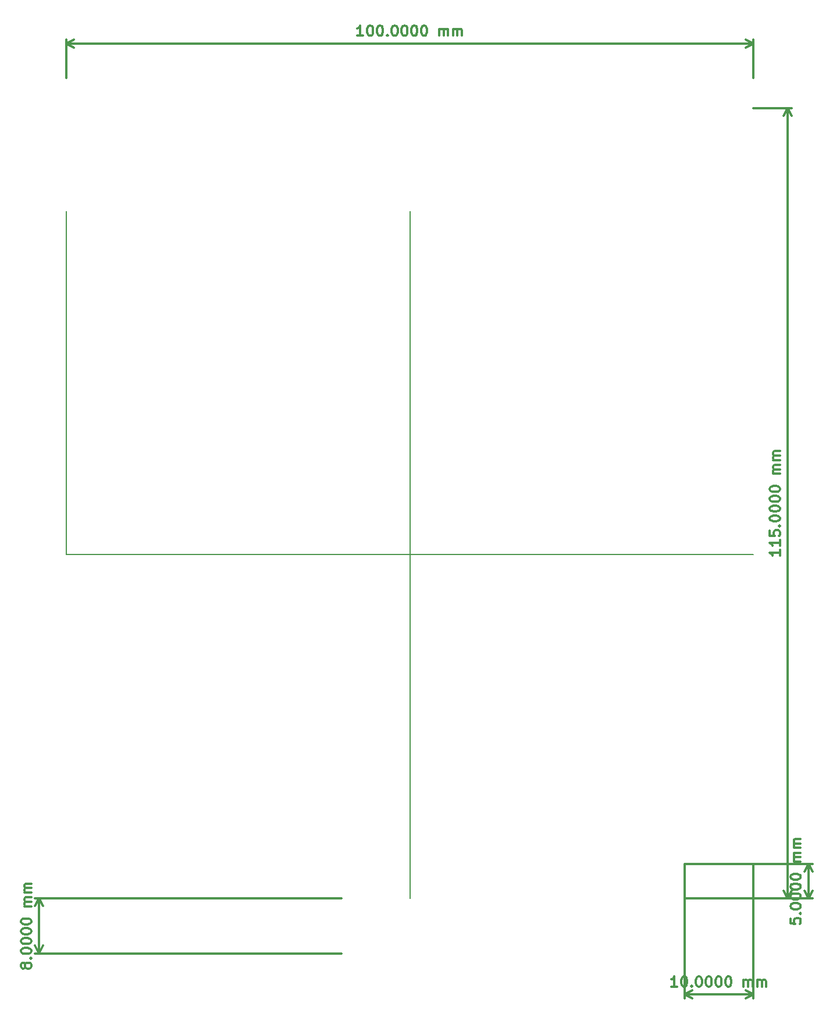
<source format=gbr>
%TF.GenerationSoftware,KiCad,Pcbnew,(6.0.11)*%
%TF.CreationDate,2023-06-19T15:18:32-05:00*%
%TF.ProjectId,Z80ESP,5a383045-5350-42e6-9b69-6361645f7063,V0.6*%
%TF.SameCoordinates,Original*%
%TF.FileFunction,OtherDrawing,Comment*%
%FSLAX46Y46*%
G04 Gerber Fmt 4.6, Leading zero omitted, Abs format (unit mm)*
G04 Created by KiCad (PCBNEW (6.0.11)) date 2023-06-19 15:18:32*
%MOMM*%
%LPD*%
G01*
G04 APERTURE LIST*
%ADD10C,0.200000*%
%ADD11C,0.300000*%
G04 APERTURE END LIST*
D10*
X95000000Y-46000000D02*
X95000000Y-146000000D01*
X45000000Y-96000000D02*
X45000000Y-46000000D01*
X145000000Y-96000000D02*
X45000000Y-96000000D01*
D11*
X148878571Y-95285714D02*
X148878571Y-96142857D01*
X148878571Y-95714285D02*
X147378571Y-95714285D01*
X147592857Y-95857142D01*
X147735714Y-96000000D01*
X147807142Y-96142857D01*
X148878571Y-93857142D02*
X148878571Y-94714285D01*
X148878571Y-94285714D02*
X147378571Y-94285714D01*
X147592857Y-94428571D01*
X147735714Y-94571428D01*
X147807142Y-94714285D01*
X147378571Y-92500000D02*
X147378571Y-93214285D01*
X148092857Y-93285714D01*
X148021428Y-93214285D01*
X147950000Y-93071428D01*
X147950000Y-92714285D01*
X148021428Y-92571428D01*
X148092857Y-92500000D01*
X148235714Y-92428571D01*
X148592857Y-92428571D01*
X148735714Y-92500000D01*
X148807142Y-92571428D01*
X148878571Y-92714285D01*
X148878571Y-93071428D01*
X148807142Y-93214285D01*
X148735714Y-93285714D01*
X148735714Y-91785714D02*
X148807142Y-91714285D01*
X148878571Y-91785714D01*
X148807142Y-91857142D01*
X148735714Y-91785714D01*
X148878571Y-91785714D01*
X147378571Y-90785714D02*
X147378571Y-90642857D01*
X147450000Y-90500000D01*
X147521428Y-90428571D01*
X147664285Y-90357142D01*
X147950000Y-90285714D01*
X148307142Y-90285714D01*
X148592857Y-90357142D01*
X148735714Y-90428571D01*
X148807142Y-90500000D01*
X148878571Y-90642857D01*
X148878571Y-90785714D01*
X148807142Y-90928571D01*
X148735714Y-91000000D01*
X148592857Y-91071428D01*
X148307142Y-91142857D01*
X147950000Y-91142857D01*
X147664285Y-91071428D01*
X147521428Y-91000000D01*
X147450000Y-90928571D01*
X147378571Y-90785714D01*
X147378571Y-89357142D02*
X147378571Y-89214285D01*
X147450000Y-89071428D01*
X147521428Y-89000000D01*
X147664285Y-88928571D01*
X147950000Y-88857142D01*
X148307142Y-88857142D01*
X148592857Y-88928571D01*
X148735714Y-89000000D01*
X148807142Y-89071428D01*
X148878571Y-89214285D01*
X148878571Y-89357142D01*
X148807142Y-89500000D01*
X148735714Y-89571428D01*
X148592857Y-89642857D01*
X148307142Y-89714285D01*
X147950000Y-89714285D01*
X147664285Y-89642857D01*
X147521428Y-89571428D01*
X147450000Y-89500000D01*
X147378571Y-89357142D01*
X147378571Y-87928571D02*
X147378571Y-87785714D01*
X147450000Y-87642857D01*
X147521428Y-87571428D01*
X147664285Y-87500000D01*
X147950000Y-87428571D01*
X148307142Y-87428571D01*
X148592857Y-87500000D01*
X148735714Y-87571428D01*
X148807142Y-87642857D01*
X148878571Y-87785714D01*
X148878571Y-87928571D01*
X148807142Y-88071428D01*
X148735714Y-88142857D01*
X148592857Y-88214285D01*
X148307142Y-88285714D01*
X147950000Y-88285714D01*
X147664285Y-88214285D01*
X147521428Y-88142857D01*
X147450000Y-88071428D01*
X147378571Y-87928571D01*
X147378571Y-86500000D02*
X147378571Y-86357142D01*
X147450000Y-86214285D01*
X147521428Y-86142857D01*
X147664285Y-86071428D01*
X147950000Y-86000000D01*
X148307142Y-86000000D01*
X148592857Y-86071428D01*
X148735714Y-86142857D01*
X148807142Y-86214285D01*
X148878571Y-86357142D01*
X148878571Y-86500000D01*
X148807142Y-86642857D01*
X148735714Y-86714285D01*
X148592857Y-86785714D01*
X148307142Y-86857142D01*
X147950000Y-86857142D01*
X147664285Y-86785714D01*
X147521428Y-86714285D01*
X147450000Y-86642857D01*
X147378571Y-86500000D01*
X148878571Y-84214285D02*
X147878571Y-84214285D01*
X148021428Y-84214285D02*
X147950000Y-84142857D01*
X147878571Y-84000000D01*
X147878571Y-83785714D01*
X147950000Y-83642857D01*
X148092857Y-83571428D01*
X148878571Y-83571428D01*
X148092857Y-83571428D02*
X147950000Y-83500000D01*
X147878571Y-83357142D01*
X147878571Y-83142857D01*
X147950000Y-83000000D01*
X148092857Y-82928571D01*
X148878571Y-82928571D01*
X148878571Y-82214285D02*
X147878571Y-82214285D01*
X148021428Y-82214285D02*
X147950000Y-82142857D01*
X147878571Y-82000000D01*
X147878571Y-81785714D01*
X147950000Y-81642857D01*
X148092857Y-81571428D01*
X148878571Y-81571428D01*
X148092857Y-81571428D02*
X147950000Y-81500000D01*
X147878571Y-81357142D01*
X147878571Y-81142857D01*
X147950000Y-81000000D01*
X148092857Y-80928571D01*
X148878571Y-80928571D01*
X145000000Y-146000000D02*
X150586420Y-146000000D01*
X145000000Y-31000000D02*
X150586420Y-31000000D01*
X150000000Y-146000000D02*
X150000000Y-31000000D01*
X150000000Y-146000000D02*
X150000000Y-31000000D01*
X150000000Y-146000000D02*
X150586421Y-144873496D01*
X150000000Y-146000000D02*
X149413579Y-144873496D01*
X150000000Y-31000000D02*
X149413579Y-32126504D01*
X150000000Y-31000000D02*
X150586421Y-32126504D01*
X150378570Y-148928571D02*
X150378570Y-149642857D01*
X151092856Y-149714285D01*
X151021427Y-149642857D01*
X150949999Y-149500000D01*
X150949999Y-149142857D01*
X151021427Y-149000000D01*
X151092856Y-148928571D01*
X151235713Y-148857142D01*
X151592856Y-148857142D01*
X151735713Y-148928571D01*
X151807141Y-149000000D01*
X151878570Y-149142857D01*
X151878570Y-149500000D01*
X151807141Y-149642857D01*
X151735713Y-149714285D01*
X151735713Y-148214285D02*
X151807141Y-148142857D01*
X151878570Y-148214285D01*
X151807141Y-148285714D01*
X151735713Y-148214285D01*
X151878570Y-148214285D01*
X150378570Y-147214285D02*
X150378570Y-147071428D01*
X150449999Y-146928571D01*
X150521427Y-146857142D01*
X150664284Y-146785714D01*
X150949999Y-146714285D01*
X151307141Y-146714285D01*
X151592856Y-146785714D01*
X151735713Y-146857142D01*
X151807141Y-146928571D01*
X151878570Y-147071428D01*
X151878570Y-147214285D01*
X151807141Y-147357142D01*
X151735713Y-147428571D01*
X151592856Y-147500000D01*
X151307141Y-147571428D01*
X150949999Y-147571428D01*
X150664284Y-147500000D01*
X150521427Y-147428571D01*
X150449999Y-147357142D01*
X150378570Y-147214285D01*
X150378570Y-145785714D02*
X150378570Y-145642857D01*
X150449999Y-145500000D01*
X150521427Y-145428571D01*
X150664284Y-145357142D01*
X150949999Y-145285714D01*
X151307141Y-145285714D01*
X151592856Y-145357142D01*
X151735713Y-145428571D01*
X151807141Y-145500000D01*
X151878570Y-145642857D01*
X151878570Y-145785714D01*
X151807141Y-145928571D01*
X151735713Y-146000000D01*
X151592856Y-146071428D01*
X151307141Y-146142857D01*
X150949999Y-146142857D01*
X150664284Y-146071428D01*
X150521427Y-146000000D01*
X150449999Y-145928571D01*
X150378570Y-145785714D01*
X150378570Y-144357142D02*
X150378570Y-144214285D01*
X150449999Y-144071428D01*
X150521427Y-144000000D01*
X150664284Y-143928571D01*
X150949999Y-143857142D01*
X151307141Y-143857142D01*
X151592856Y-143928571D01*
X151735713Y-144000000D01*
X151807141Y-144071428D01*
X151878570Y-144214285D01*
X151878570Y-144357142D01*
X151807141Y-144500000D01*
X151735713Y-144571428D01*
X151592856Y-144642857D01*
X151307141Y-144714285D01*
X150949999Y-144714285D01*
X150664284Y-144642857D01*
X150521427Y-144571428D01*
X150449999Y-144500000D01*
X150378570Y-144357142D01*
X150378570Y-142928571D02*
X150378570Y-142785714D01*
X150449999Y-142642857D01*
X150521427Y-142571428D01*
X150664284Y-142500000D01*
X150949999Y-142428571D01*
X151307141Y-142428571D01*
X151592856Y-142500000D01*
X151735713Y-142571428D01*
X151807141Y-142642857D01*
X151878570Y-142785714D01*
X151878570Y-142928571D01*
X151807141Y-143071428D01*
X151735713Y-143142857D01*
X151592856Y-143214285D01*
X151307141Y-143285714D01*
X150949999Y-143285714D01*
X150664284Y-143214285D01*
X150521427Y-143142857D01*
X150449999Y-143071428D01*
X150378570Y-142928571D01*
X151878570Y-140642857D02*
X150878570Y-140642857D01*
X151021427Y-140642857D02*
X150949999Y-140571428D01*
X150878570Y-140428571D01*
X150878570Y-140214285D01*
X150949999Y-140071428D01*
X151092856Y-140000000D01*
X151878570Y-140000000D01*
X151092856Y-140000000D02*
X150949999Y-139928571D01*
X150878570Y-139785714D01*
X150878570Y-139571428D01*
X150949999Y-139428571D01*
X151092856Y-139357142D01*
X151878570Y-139357142D01*
X151878570Y-138642857D02*
X150878570Y-138642857D01*
X151021427Y-138642857D02*
X150949999Y-138571428D01*
X150878570Y-138428571D01*
X150878570Y-138214285D01*
X150949999Y-138071428D01*
X151092856Y-138000000D01*
X151878570Y-138000000D01*
X151092856Y-138000000D02*
X150949999Y-137928571D01*
X150878570Y-137785714D01*
X150878570Y-137571428D01*
X150949999Y-137428571D01*
X151092856Y-137357142D01*
X151878570Y-137357142D01*
X135000000Y-146000000D02*
X153586419Y-146000000D01*
X135000000Y-141000000D02*
X153586419Y-141000000D01*
X152999999Y-146000000D02*
X152999999Y-141000000D01*
X152999999Y-146000000D02*
X152999999Y-141000000D01*
X152999999Y-146000000D02*
X153586420Y-144873496D01*
X152999999Y-146000000D02*
X152413578Y-144873496D01*
X152999999Y-141000000D02*
X152413578Y-142126504D01*
X152999999Y-141000000D02*
X153586420Y-142126504D01*
X39021429Y-155928571D02*
X38950001Y-156071428D01*
X38878572Y-156142857D01*
X38735715Y-156214285D01*
X38664286Y-156214285D01*
X38521429Y-156142857D01*
X38450001Y-156071428D01*
X38378572Y-155928571D01*
X38378572Y-155642857D01*
X38450001Y-155500000D01*
X38521429Y-155428571D01*
X38664286Y-155357142D01*
X38735715Y-155357142D01*
X38878572Y-155428571D01*
X38950001Y-155500000D01*
X39021429Y-155642857D01*
X39021429Y-155928571D01*
X39092858Y-156071428D01*
X39164286Y-156142857D01*
X39307143Y-156214285D01*
X39592858Y-156214285D01*
X39735715Y-156142857D01*
X39807143Y-156071428D01*
X39878572Y-155928571D01*
X39878572Y-155642857D01*
X39807143Y-155500000D01*
X39735715Y-155428571D01*
X39592858Y-155357142D01*
X39307143Y-155357142D01*
X39164286Y-155428571D01*
X39092858Y-155500000D01*
X39021429Y-155642857D01*
X39735715Y-154714285D02*
X39807143Y-154642857D01*
X39878572Y-154714285D01*
X39807143Y-154785714D01*
X39735715Y-154714285D01*
X39878572Y-154714285D01*
X38378572Y-153714285D02*
X38378572Y-153571428D01*
X38450001Y-153428571D01*
X38521429Y-153357142D01*
X38664286Y-153285714D01*
X38950001Y-153214285D01*
X39307143Y-153214285D01*
X39592858Y-153285714D01*
X39735715Y-153357142D01*
X39807143Y-153428571D01*
X39878572Y-153571428D01*
X39878572Y-153714285D01*
X39807143Y-153857142D01*
X39735715Y-153928571D01*
X39592858Y-154000000D01*
X39307143Y-154071428D01*
X38950001Y-154071428D01*
X38664286Y-154000000D01*
X38521429Y-153928571D01*
X38450001Y-153857142D01*
X38378572Y-153714285D01*
X38378572Y-152285714D02*
X38378572Y-152142857D01*
X38450001Y-152000000D01*
X38521429Y-151928571D01*
X38664286Y-151857142D01*
X38950001Y-151785714D01*
X39307143Y-151785714D01*
X39592858Y-151857142D01*
X39735715Y-151928571D01*
X39807143Y-152000000D01*
X39878572Y-152142857D01*
X39878572Y-152285714D01*
X39807143Y-152428571D01*
X39735715Y-152500000D01*
X39592858Y-152571428D01*
X39307143Y-152642857D01*
X38950001Y-152642857D01*
X38664286Y-152571428D01*
X38521429Y-152500000D01*
X38450001Y-152428571D01*
X38378572Y-152285714D01*
X38378572Y-150857142D02*
X38378572Y-150714285D01*
X38450001Y-150571428D01*
X38521429Y-150500000D01*
X38664286Y-150428571D01*
X38950001Y-150357142D01*
X39307143Y-150357142D01*
X39592858Y-150428571D01*
X39735715Y-150500000D01*
X39807143Y-150571428D01*
X39878572Y-150714285D01*
X39878572Y-150857142D01*
X39807143Y-151000000D01*
X39735715Y-151071428D01*
X39592858Y-151142857D01*
X39307143Y-151214285D01*
X38950001Y-151214285D01*
X38664286Y-151142857D01*
X38521429Y-151071428D01*
X38450001Y-151000000D01*
X38378572Y-150857142D01*
X38378572Y-149428571D02*
X38378572Y-149285714D01*
X38450001Y-149142857D01*
X38521429Y-149071428D01*
X38664286Y-149000000D01*
X38950001Y-148928571D01*
X39307143Y-148928571D01*
X39592858Y-149000000D01*
X39735715Y-149071428D01*
X39807143Y-149142857D01*
X39878572Y-149285714D01*
X39878572Y-149428571D01*
X39807143Y-149571428D01*
X39735715Y-149642857D01*
X39592858Y-149714285D01*
X39307143Y-149785714D01*
X38950001Y-149785714D01*
X38664286Y-149714285D01*
X38521429Y-149642857D01*
X38450001Y-149571428D01*
X38378572Y-149428571D01*
X39878572Y-147142857D02*
X38878572Y-147142857D01*
X39021429Y-147142857D02*
X38950001Y-147071428D01*
X38878572Y-146928571D01*
X38878572Y-146714285D01*
X38950001Y-146571428D01*
X39092858Y-146500000D01*
X39878572Y-146500000D01*
X39092858Y-146500000D02*
X38950001Y-146428571D01*
X38878572Y-146285714D01*
X38878572Y-146071428D01*
X38950001Y-145928571D01*
X39092858Y-145857142D01*
X39878572Y-145857142D01*
X39878572Y-145142857D02*
X38878572Y-145142857D01*
X39021429Y-145142857D02*
X38950001Y-145071428D01*
X38878572Y-144928571D01*
X38878572Y-144714285D01*
X38950001Y-144571428D01*
X39092858Y-144500000D01*
X39878572Y-144500000D01*
X39092858Y-144500000D02*
X38950001Y-144428571D01*
X38878572Y-144285714D01*
X38878572Y-144071428D01*
X38950001Y-143928571D01*
X39092858Y-143857142D01*
X39878572Y-143857142D01*
X85000000Y-154000000D02*
X40413581Y-154000000D01*
X85000000Y-146000000D02*
X40413581Y-146000000D01*
X41000001Y-154000000D02*
X41000001Y-146000000D01*
X41000001Y-154000000D02*
X41000001Y-146000000D01*
X41000001Y-154000000D02*
X41586422Y-152873496D01*
X41000001Y-154000000D02*
X40413580Y-152873496D01*
X41000001Y-146000000D02*
X40413580Y-147126504D01*
X41000001Y-146000000D02*
X41586422Y-147126504D01*
X88214285Y-20468571D02*
X87357142Y-20468571D01*
X87785714Y-20468571D02*
X87785714Y-18968571D01*
X87642857Y-19182857D01*
X87500000Y-19325714D01*
X87357142Y-19397142D01*
X89142857Y-18968571D02*
X89285714Y-18968571D01*
X89428571Y-19040000D01*
X89500000Y-19111428D01*
X89571428Y-19254285D01*
X89642857Y-19540000D01*
X89642857Y-19897142D01*
X89571428Y-20182857D01*
X89500000Y-20325714D01*
X89428571Y-20397142D01*
X89285714Y-20468571D01*
X89142857Y-20468571D01*
X89000000Y-20397142D01*
X88928571Y-20325714D01*
X88857142Y-20182857D01*
X88785714Y-19897142D01*
X88785714Y-19540000D01*
X88857142Y-19254285D01*
X88928571Y-19111428D01*
X89000000Y-19040000D01*
X89142857Y-18968571D01*
X90571428Y-18968571D02*
X90714285Y-18968571D01*
X90857142Y-19040000D01*
X90928571Y-19111428D01*
X91000000Y-19254285D01*
X91071428Y-19540000D01*
X91071428Y-19897142D01*
X91000000Y-20182857D01*
X90928571Y-20325714D01*
X90857142Y-20397142D01*
X90714285Y-20468571D01*
X90571428Y-20468571D01*
X90428571Y-20397142D01*
X90357142Y-20325714D01*
X90285714Y-20182857D01*
X90214285Y-19897142D01*
X90214285Y-19540000D01*
X90285714Y-19254285D01*
X90357142Y-19111428D01*
X90428571Y-19040000D01*
X90571428Y-18968571D01*
X91714285Y-20325714D02*
X91785714Y-20397142D01*
X91714285Y-20468571D01*
X91642857Y-20397142D01*
X91714285Y-20325714D01*
X91714285Y-20468571D01*
X92714285Y-18968571D02*
X92857142Y-18968571D01*
X93000000Y-19040000D01*
X93071428Y-19111428D01*
X93142857Y-19254285D01*
X93214285Y-19540000D01*
X93214285Y-19897142D01*
X93142857Y-20182857D01*
X93071428Y-20325714D01*
X93000000Y-20397142D01*
X92857142Y-20468571D01*
X92714285Y-20468571D01*
X92571428Y-20397142D01*
X92500000Y-20325714D01*
X92428571Y-20182857D01*
X92357142Y-19897142D01*
X92357142Y-19540000D01*
X92428571Y-19254285D01*
X92500000Y-19111428D01*
X92571428Y-19040000D01*
X92714285Y-18968571D01*
X94142857Y-18968571D02*
X94285714Y-18968571D01*
X94428571Y-19040000D01*
X94500000Y-19111428D01*
X94571428Y-19254285D01*
X94642857Y-19540000D01*
X94642857Y-19897142D01*
X94571428Y-20182857D01*
X94500000Y-20325714D01*
X94428571Y-20397142D01*
X94285714Y-20468571D01*
X94142857Y-20468571D01*
X94000000Y-20397142D01*
X93928571Y-20325714D01*
X93857142Y-20182857D01*
X93785714Y-19897142D01*
X93785714Y-19540000D01*
X93857142Y-19254285D01*
X93928571Y-19111428D01*
X94000000Y-19040000D01*
X94142857Y-18968571D01*
X95571428Y-18968571D02*
X95714285Y-18968571D01*
X95857142Y-19040000D01*
X95928571Y-19111428D01*
X96000000Y-19254285D01*
X96071428Y-19540000D01*
X96071428Y-19897142D01*
X96000000Y-20182857D01*
X95928571Y-20325714D01*
X95857142Y-20397142D01*
X95714285Y-20468571D01*
X95571428Y-20468571D01*
X95428571Y-20397142D01*
X95357142Y-20325714D01*
X95285714Y-20182857D01*
X95214285Y-19897142D01*
X95214285Y-19540000D01*
X95285714Y-19254285D01*
X95357142Y-19111428D01*
X95428571Y-19040000D01*
X95571428Y-18968571D01*
X97000000Y-18968571D02*
X97142857Y-18968571D01*
X97285714Y-19040000D01*
X97357142Y-19111428D01*
X97428571Y-19254285D01*
X97500000Y-19540000D01*
X97500000Y-19897142D01*
X97428571Y-20182857D01*
X97357142Y-20325714D01*
X97285714Y-20397142D01*
X97142857Y-20468571D01*
X97000000Y-20468571D01*
X96857142Y-20397142D01*
X96785714Y-20325714D01*
X96714285Y-20182857D01*
X96642857Y-19897142D01*
X96642857Y-19540000D01*
X96714285Y-19254285D01*
X96785714Y-19111428D01*
X96857142Y-19040000D01*
X97000000Y-18968571D01*
X99285714Y-20468571D02*
X99285714Y-19468571D01*
X99285714Y-19611428D02*
X99357142Y-19540000D01*
X99500000Y-19468571D01*
X99714285Y-19468571D01*
X99857142Y-19540000D01*
X99928571Y-19682857D01*
X99928571Y-20468571D01*
X99928571Y-19682857D02*
X100000000Y-19540000D01*
X100142857Y-19468571D01*
X100357142Y-19468571D01*
X100500000Y-19540000D01*
X100571428Y-19682857D01*
X100571428Y-20468571D01*
X101285714Y-20468571D02*
X101285714Y-19468571D01*
X101285714Y-19611428D02*
X101357142Y-19540000D01*
X101500000Y-19468571D01*
X101714285Y-19468571D01*
X101857142Y-19540000D01*
X101928571Y-19682857D01*
X101928571Y-20468571D01*
X101928571Y-19682857D02*
X102000000Y-19540000D01*
X102142857Y-19468571D01*
X102357142Y-19468571D01*
X102500000Y-19540000D01*
X102571428Y-19682857D01*
X102571428Y-20468571D01*
X45000000Y-26590000D02*
X45000000Y-21003580D01*
X145000000Y-26590000D02*
X145000000Y-21003580D01*
X45000000Y-21590000D02*
X145000000Y-21590000D01*
X45000000Y-21590000D02*
X145000000Y-21590000D01*
X45000000Y-21590000D02*
X46126504Y-22176421D01*
X45000000Y-21590000D02*
X46126504Y-21003579D01*
X145000000Y-21590000D02*
X143873496Y-21003579D01*
X145000000Y-21590000D02*
X143873496Y-22176421D01*
X133928571Y-158878570D02*
X133071428Y-158878570D01*
X133500000Y-158878570D02*
X133500000Y-157378570D01*
X133357142Y-157592856D01*
X133214285Y-157735713D01*
X133071428Y-157807141D01*
X134857142Y-157378570D02*
X135000000Y-157378570D01*
X135142857Y-157449999D01*
X135214285Y-157521427D01*
X135285714Y-157664284D01*
X135357142Y-157949999D01*
X135357142Y-158307141D01*
X135285714Y-158592856D01*
X135214285Y-158735713D01*
X135142857Y-158807141D01*
X135000000Y-158878570D01*
X134857142Y-158878570D01*
X134714285Y-158807141D01*
X134642857Y-158735713D01*
X134571428Y-158592856D01*
X134500000Y-158307141D01*
X134500000Y-157949999D01*
X134571428Y-157664284D01*
X134642857Y-157521427D01*
X134714285Y-157449999D01*
X134857142Y-157378570D01*
X136000000Y-158735713D02*
X136071428Y-158807141D01*
X136000000Y-158878570D01*
X135928571Y-158807141D01*
X136000000Y-158735713D01*
X136000000Y-158878570D01*
X137000000Y-157378570D02*
X137142857Y-157378570D01*
X137285714Y-157449999D01*
X137357142Y-157521427D01*
X137428571Y-157664284D01*
X137500000Y-157949999D01*
X137500000Y-158307141D01*
X137428571Y-158592856D01*
X137357142Y-158735713D01*
X137285714Y-158807141D01*
X137142857Y-158878570D01*
X137000000Y-158878570D01*
X136857142Y-158807141D01*
X136785714Y-158735713D01*
X136714285Y-158592856D01*
X136642857Y-158307141D01*
X136642857Y-157949999D01*
X136714285Y-157664284D01*
X136785714Y-157521427D01*
X136857142Y-157449999D01*
X137000000Y-157378570D01*
X138428571Y-157378570D02*
X138571428Y-157378570D01*
X138714285Y-157449999D01*
X138785714Y-157521427D01*
X138857142Y-157664284D01*
X138928571Y-157949999D01*
X138928571Y-158307141D01*
X138857142Y-158592856D01*
X138785714Y-158735713D01*
X138714285Y-158807141D01*
X138571428Y-158878570D01*
X138428571Y-158878570D01*
X138285714Y-158807141D01*
X138214285Y-158735713D01*
X138142857Y-158592856D01*
X138071428Y-158307141D01*
X138071428Y-157949999D01*
X138142857Y-157664284D01*
X138214285Y-157521427D01*
X138285714Y-157449999D01*
X138428571Y-157378570D01*
X139857142Y-157378570D02*
X140000000Y-157378570D01*
X140142857Y-157449999D01*
X140214285Y-157521427D01*
X140285714Y-157664284D01*
X140357142Y-157949999D01*
X140357142Y-158307141D01*
X140285714Y-158592856D01*
X140214285Y-158735713D01*
X140142857Y-158807141D01*
X140000000Y-158878570D01*
X139857142Y-158878570D01*
X139714285Y-158807141D01*
X139642857Y-158735713D01*
X139571428Y-158592856D01*
X139500000Y-158307141D01*
X139500000Y-157949999D01*
X139571428Y-157664284D01*
X139642857Y-157521427D01*
X139714285Y-157449999D01*
X139857142Y-157378570D01*
X141285714Y-157378570D02*
X141428571Y-157378570D01*
X141571428Y-157449999D01*
X141642857Y-157521427D01*
X141714285Y-157664284D01*
X141785714Y-157949999D01*
X141785714Y-158307141D01*
X141714285Y-158592856D01*
X141642857Y-158735713D01*
X141571428Y-158807141D01*
X141428571Y-158878570D01*
X141285714Y-158878570D01*
X141142857Y-158807141D01*
X141071428Y-158735713D01*
X141000000Y-158592856D01*
X140928571Y-158307141D01*
X140928571Y-157949999D01*
X141000000Y-157664284D01*
X141071428Y-157521427D01*
X141142857Y-157449999D01*
X141285714Y-157378570D01*
X143571428Y-158878570D02*
X143571428Y-157878570D01*
X143571428Y-158021427D02*
X143642857Y-157949999D01*
X143785714Y-157878570D01*
X144000000Y-157878570D01*
X144142857Y-157949999D01*
X144214285Y-158092856D01*
X144214285Y-158878570D01*
X144214285Y-158092856D02*
X144285714Y-157949999D01*
X144428571Y-157878570D01*
X144642857Y-157878570D01*
X144785714Y-157949999D01*
X144857142Y-158092856D01*
X144857142Y-158878570D01*
X145571428Y-158878570D02*
X145571428Y-157878570D01*
X145571428Y-158021427D02*
X145642857Y-157949999D01*
X145785714Y-157878570D01*
X146000000Y-157878570D01*
X146142857Y-157949999D01*
X146214285Y-158092856D01*
X146214285Y-158878570D01*
X146214285Y-158092856D02*
X146285714Y-157949999D01*
X146428571Y-157878570D01*
X146642857Y-157878570D01*
X146785714Y-157949999D01*
X146857142Y-158092856D01*
X146857142Y-158878570D01*
X145000000Y-141000000D02*
X145000000Y-160586419D01*
X135000000Y-141000000D02*
X135000000Y-160586419D01*
X145000000Y-159999999D02*
X135000000Y-159999999D01*
X145000000Y-159999999D02*
X135000000Y-159999999D01*
X145000000Y-159999999D02*
X143873496Y-159413578D01*
X145000000Y-159999999D02*
X143873496Y-160586420D01*
X135000000Y-159999999D02*
X136126504Y-160586420D01*
X135000000Y-159999999D02*
X136126504Y-159413578D01*
M02*

</source>
